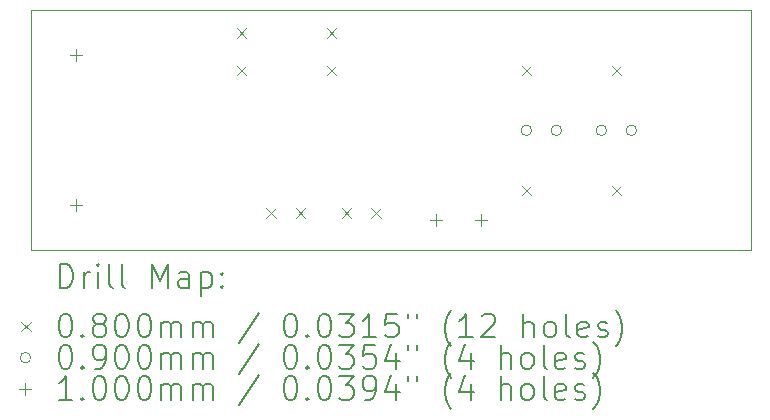
<source format=gbr>
%TF.GenerationSoftware,KiCad,Pcbnew,7.0.1-3b83917a11~172~ubuntu22.04.1*%
%TF.CreationDate,2024-11-25T12:37:52-06:00*%
%TF.ProjectId,Quron_BMS,5175726f-6e5f-4424-9d53-2e6b69636164,rev?*%
%TF.SameCoordinates,Original*%
%TF.FileFunction,Drillmap*%
%TF.FilePolarity,Positive*%
%FSLAX45Y45*%
G04 Gerber Fmt 4.5, Leading zero omitted, Abs format (unit mm)*
G04 Created by KiCad (PCBNEW 7.0.1-3b83917a11~172~ubuntu22.04.1) date 2024-11-25 12:37:52*
%MOMM*%
%LPD*%
G01*
G04 APERTURE LIST*
%ADD10C,0.100000*%
%ADD11C,0.200000*%
%ADD12C,0.080000*%
%ADD13C,0.090000*%
G04 APERTURE END LIST*
D10*
X13208000Y-12954000D02*
X19304000Y-12954000D01*
X19304000Y-14986000D01*
X13208000Y-14986000D01*
X13208000Y-12954000D01*
D11*
D12*
X14946000Y-13104500D02*
X15026000Y-13184500D01*
X15026000Y-13104500D02*
X14946000Y-13184500D01*
X14946000Y-13422000D02*
X15026000Y-13502000D01*
X15026000Y-13422000D02*
X14946000Y-13502000D01*
X15197511Y-14628500D02*
X15277511Y-14708500D01*
X15277511Y-14628500D02*
X15197511Y-14708500D01*
X15447511Y-14628500D02*
X15527511Y-14708500D01*
X15527511Y-14628500D02*
X15447511Y-14708500D01*
X15708000Y-13104500D02*
X15788000Y-13184500D01*
X15788000Y-13104500D02*
X15708000Y-13184500D01*
X15708000Y-13422000D02*
X15788000Y-13502000D01*
X15788000Y-13422000D02*
X15708000Y-13502000D01*
X15835000Y-14628500D02*
X15915000Y-14708500D01*
X15915000Y-14628500D02*
X15835000Y-14708500D01*
X16085000Y-14628500D02*
X16165000Y-14708500D01*
X16165000Y-14628500D02*
X16085000Y-14708500D01*
X17359000Y-13422000D02*
X17439000Y-13502000D01*
X17439000Y-13422000D02*
X17359000Y-13502000D01*
X17359000Y-14438000D02*
X17439000Y-14518000D01*
X17439000Y-14438000D02*
X17359000Y-14518000D01*
X18121000Y-13422000D02*
X18201000Y-13502000D01*
X18201000Y-13422000D02*
X18121000Y-13502000D01*
X18121000Y-14438000D02*
X18201000Y-14518000D01*
X18201000Y-14438000D02*
X18121000Y-14518000D01*
D13*
X17444000Y-13970000D02*
G75*
G03*
X17444000Y-13970000I-45000J0D01*
G01*
X17698000Y-13970000D02*
G75*
G03*
X17698000Y-13970000I-45000J0D01*
G01*
X18079000Y-13970000D02*
G75*
G03*
X18079000Y-13970000I-45000J0D01*
G01*
X18333000Y-13970000D02*
G75*
G03*
X18333000Y-13970000I-45000J0D01*
G01*
D10*
X13589000Y-13285000D02*
X13589000Y-13385000D01*
X13539000Y-13335000D02*
X13639000Y-13335000D01*
X13589000Y-14555000D02*
X13589000Y-14655000D01*
X13539000Y-14605000D02*
X13639000Y-14605000D01*
X16637000Y-14682000D02*
X16637000Y-14782000D01*
X16587000Y-14732000D02*
X16687000Y-14732000D01*
X17018000Y-14682000D02*
X17018000Y-14782000D01*
X16968000Y-14732000D02*
X17068000Y-14732000D01*
D11*
X13450619Y-15303524D02*
X13450619Y-15103524D01*
X13450619Y-15103524D02*
X13498238Y-15103524D01*
X13498238Y-15103524D02*
X13526809Y-15113048D01*
X13526809Y-15113048D02*
X13545857Y-15132095D01*
X13545857Y-15132095D02*
X13555381Y-15151143D01*
X13555381Y-15151143D02*
X13564905Y-15189238D01*
X13564905Y-15189238D02*
X13564905Y-15217809D01*
X13564905Y-15217809D02*
X13555381Y-15255905D01*
X13555381Y-15255905D02*
X13545857Y-15274952D01*
X13545857Y-15274952D02*
X13526809Y-15294000D01*
X13526809Y-15294000D02*
X13498238Y-15303524D01*
X13498238Y-15303524D02*
X13450619Y-15303524D01*
X13650619Y-15303524D02*
X13650619Y-15170190D01*
X13650619Y-15208286D02*
X13660143Y-15189238D01*
X13660143Y-15189238D02*
X13669667Y-15179714D01*
X13669667Y-15179714D02*
X13688714Y-15170190D01*
X13688714Y-15170190D02*
X13707762Y-15170190D01*
X13774428Y-15303524D02*
X13774428Y-15170190D01*
X13774428Y-15103524D02*
X13764905Y-15113048D01*
X13764905Y-15113048D02*
X13774428Y-15122571D01*
X13774428Y-15122571D02*
X13783952Y-15113048D01*
X13783952Y-15113048D02*
X13774428Y-15103524D01*
X13774428Y-15103524D02*
X13774428Y-15122571D01*
X13898238Y-15303524D02*
X13879190Y-15294000D01*
X13879190Y-15294000D02*
X13869667Y-15274952D01*
X13869667Y-15274952D02*
X13869667Y-15103524D01*
X14003000Y-15303524D02*
X13983952Y-15294000D01*
X13983952Y-15294000D02*
X13974428Y-15274952D01*
X13974428Y-15274952D02*
X13974428Y-15103524D01*
X14231571Y-15303524D02*
X14231571Y-15103524D01*
X14231571Y-15103524D02*
X14298238Y-15246381D01*
X14298238Y-15246381D02*
X14364905Y-15103524D01*
X14364905Y-15103524D02*
X14364905Y-15303524D01*
X14545857Y-15303524D02*
X14545857Y-15198762D01*
X14545857Y-15198762D02*
X14536333Y-15179714D01*
X14536333Y-15179714D02*
X14517286Y-15170190D01*
X14517286Y-15170190D02*
X14479190Y-15170190D01*
X14479190Y-15170190D02*
X14460143Y-15179714D01*
X14545857Y-15294000D02*
X14526809Y-15303524D01*
X14526809Y-15303524D02*
X14479190Y-15303524D01*
X14479190Y-15303524D02*
X14460143Y-15294000D01*
X14460143Y-15294000D02*
X14450619Y-15274952D01*
X14450619Y-15274952D02*
X14450619Y-15255905D01*
X14450619Y-15255905D02*
X14460143Y-15236857D01*
X14460143Y-15236857D02*
X14479190Y-15227333D01*
X14479190Y-15227333D02*
X14526809Y-15227333D01*
X14526809Y-15227333D02*
X14545857Y-15217809D01*
X14641095Y-15170190D02*
X14641095Y-15370190D01*
X14641095Y-15179714D02*
X14660143Y-15170190D01*
X14660143Y-15170190D02*
X14698238Y-15170190D01*
X14698238Y-15170190D02*
X14717286Y-15179714D01*
X14717286Y-15179714D02*
X14726809Y-15189238D01*
X14726809Y-15189238D02*
X14736333Y-15208286D01*
X14736333Y-15208286D02*
X14736333Y-15265428D01*
X14736333Y-15265428D02*
X14726809Y-15284476D01*
X14726809Y-15284476D02*
X14717286Y-15294000D01*
X14717286Y-15294000D02*
X14698238Y-15303524D01*
X14698238Y-15303524D02*
X14660143Y-15303524D01*
X14660143Y-15303524D02*
X14641095Y-15294000D01*
X14822048Y-15284476D02*
X14831571Y-15294000D01*
X14831571Y-15294000D02*
X14822048Y-15303524D01*
X14822048Y-15303524D02*
X14812524Y-15294000D01*
X14812524Y-15294000D02*
X14822048Y-15284476D01*
X14822048Y-15284476D02*
X14822048Y-15303524D01*
X14822048Y-15179714D02*
X14831571Y-15189238D01*
X14831571Y-15189238D02*
X14822048Y-15198762D01*
X14822048Y-15198762D02*
X14812524Y-15189238D01*
X14812524Y-15189238D02*
X14822048Y-15179714D01*
X14822048Y-15179714D02*
X14822048Y-15198762D01*
D12*
X13123000Y-15591000D02*
X13203000Y-15671000D01*
X13203000Y-15591000D02*
X13123000Y-15671000D01*
D11*
X13488714Y-15523524D02*
X13507762Y-15523524D01*
X13507762Y-15523524D02*
X13526809Y-15533048D01*
X13526809Y-15533048D02*
X13536333Y-15542571D01*
X13536333Y-15542571D02*
X13545857Y-15561619D01*
X13545857Y-15561619D02*
X13555381Y-15599714D01*
X13555381Y-15599714D02*
X13555381Y-15647333D01*
X13555381Y-15647333D02*
X13545857Y-15685428D01*
X13545857Y-15685428D02*
X13536333Y-15704476D01*
X13536333Y-15704476D02*
X13526809Y-15714000D01*
X13526809Y-15714000D02*
X13507762Y-15723524D01*
X13507762Y-15723524D02*
X13488714Y-15723524D01*
X13488714Y-15723524D02*
X13469667Y-15714000D01*
X13469667Y-15714000D02*
X13460143Y-15704476D01*
X13460143Y-15704476D02*
X13450619Y-15685428D01*
X13450619Y-15685428D02*
X13441095Y-15647333D01*
X13441095Y-15647333D02*
X13441095Y-15599714D01*
X13441095Y-15599714D02*
X13450619Y-15561619D01*
X13450619Y-15561619D02*
X13460143Y-15542571D01*
X13460143Y-15542571D02*
X13469667Y-15533048D01*
X13469667Y-15533048D02*
X13488714Y-15523524D01*
X13641095Y-15704476D02*
X13650619Y-15714000D01*
X13650619Y-15714000D02*
X13641095Y-15723524D01*
X13641095Y-15723524D02*
X13631571Y-15714000D01*
X13631571Y-15714000D02*
X13641095Y-15704476D01*
X13641095Y-15704476D02*
X13641095Y-15723524D01*
X13764905Y-15609238D02*
X13745857Y-15599714D01*
X13745857Y-15599714D02*
X13736333Y-15590190D01*
X13736333Y-15590190D02*
X13726809Y-15571143D01*
X13726809Y-15571143D02*
X13726809Y-15561619D01*
X13726809Y-15561619D02*
X13736333Y-15542571D01*
X13736333Y-15542571D02*
X13745857Y-15533048D01*
X13745857Y-15533048D02*
X13764905Y-15523524D01*
X13764905Y-15523524D02*
X13803000Y-15523524D01*
X13803000Y-15523524D02*
X13822048Y-15533048D01*
X13822048Y-15533048D02*
X13831571Y-15542571D01*
X13831571Y-15542571D02*
X13841095Y-15561619D01*
X13841095Y-15561619D02*
X13841095Y-15571143D01*
X13841095Y-15571143D02*
X13831571Y-15590190D01*
X13831571Y-15590190D02*
X13822048Y-15599714D01*
X13822048Y-15599714D02*
X13803000Y-15609238D01*
X13803000Y-15609238D02*
X13764905Y-15609238D01*
X13764905Y-15609238D02*
X13745857Y-15618762D01*
X13745857Y-15618762D02*
X13736333Y-15628286D01*
X13736333Y-15628286D02*
X13726809Y-15647333D01*
X13726809Y-15647333D02*
X13726809Y-15685428D01*
X13726809Y-15685428D02*
X13736333Y-15704476D01*
X13736333Y-15704476D02*
X13745857Y-15714000D01*
X13745857Y-15714000D02*
X13764905Y-15723524D01*
X13764905Y-15723524D02*
X13803000Y-15723524D01*
X13803000Y-15723524D02*
X13822048Y-15714000D01*
X13822048Y-15714000D02*
X13831571Y-15704476D01*
X13831571Y-15704476D02*
X13841095Y-15685428D01*
X13841095Y-15685428D02*
X13841095Y-15647333D01*
X13841095Y-15647333D02*
X13831571Y-15628286D01*
X13831571Y-15628286D02*
X13822048Y-15618762D01*
X13822048Y-15618762D02*
X13803000Y-15609238D01*
X13964905Y-15523524D02*
X13983952Y-15523524D01*
X13983952Y-15523524D02*
X14003000Y-15533048D01*
X14003000Y-15533048D02*
X14012524Y-15542571D01*
X14012524Y-15542571D02*
X14022048Y-15561619D01*
X14022048Y-15561619D02*
X14031571Y-15599714D01*
X14031571Y-15599714D02*
X14031571Y-15647333D01*
X14031571Y-15647333D02*
X14022048Y-15685428D01*
X14022048Y-15685428D02*
X14012524Y-15704476D01*
X14012524Y-15704476D02*
X14003000Y-15714000D01*
X14003000Y-15714000D02*
X13983952Y-15723524D01*
X13983952Y-15723524D02*
X13964905Y-15723524D01*
X13964905Y-15723524D02*
X13945857Y-15714000D01*
X13945857Y-15714000D02*
X13936333Y-15704476D01*
X13936333Y-15704476D02*
X13926809Y-15685428D01*
X13926809Y-15685428D02*
X13917286Y-15647333D01*
X13917286Y-15647333D02*
X13917286Y-15599714D01*
X13917286Y-15599714D02*
X13926809Y-15561619D01*
X13926809Y-15561619D02*
X13936333Y-15542571D01*
X13936333Y-15542571D02*
X13945857Y-15533048D01*
X13945857Y-15533048D02*
X13964905Y-15523524D01*
X14155381Y-15523524D02*
X14174429Y-15523524D01*
X14174429Y-15523524D02*
X14193476Y-15533048D01*
X14193476Y-15533048D02*
X14203000Y-15542571D01*
X14203000Y-15542571D02*
X14212524Y-15561619D01*
X14212524Y-15561619D02*
X14222048Y-15599714D01*
X14222048Y-15599714D02*
X14222048Y-15647333D01*
X14222048Y-15647333D02*
X14212524Y-15685428D01*
X14212524Y-15685428D02*
X14203000Y-15704476D01*
X14203000Y-15704476D02*
X14193476Y-15714000D01*
X14193476Y-15714000D02*
X14174429Y-15723524D01*
X14174429Y-15723524D02*
X14155381Y-15723524D01*
X14155381Y-15723524D02*
X14136333Y-15714000D01*
X14136333Y-15714000D02*
X14126809Y-15704476D01*
X14126809Y-15704476D02*
X14117286Y-15685428D01*
X14117286Y-15685428D02*
X14107762Y-15647333D01*
X14107762Y-15647333D02*
X14107762Y-15599714D01*
X14107762Y-15599714D02*
X14117286Y-15561619D01*
X14117286Y-15561619D02*
X14126809Y-15542571D01*
X14126809Y-15542571D02*
X14136333Y-15533048D01*
X14136333Y-15533048D02*
X14155381Y-15523524D01*
X14307762Y-15723524D02*
X14307762Y-15590190D01*
X14307762Y-15609238D02*
X14317286Y-15599714D01*
X14317286Y-15599714D02*
X14336333Y-15590190D01*
X14336333Y-15590190D02*
X14364905Y-15590190D01*
X14364905Y-15590190D02*
X14383952Y-15599714D01*
X14383952Y-15599714D02*
X14393476Y-15618762D01*
X14393476Y-15618762D02*
X14393476Y-15723524D01*
X14393476Y-15618762D02*
X14403000Y-15599714D01*
X14403000Y-15599714D02*
X14422048Y-15590190D01*
X14422048Y-15590190D02*
X14450619Y-15590190D01*
X14450619Y-15590190D02*
X14469667Y-15599714D01*
X14469667Y-15599714D02*
X14479190Y-15618762D01*
X14479190Y-15618762D02*
X14479190Y-15723524D01*
X14574429Y-15723524D02*
X14574429Y-15590190D01*
X14574429Y-15609238D02*
X14583952Y-15599714D01*
X14583952Y-15599714D02*
X14603000Y-15590190D01*
X14603000Y-15590190D02*
X14631571Y-15590190D01*
X14631571Y-15590190D02*
X14650619Y-15599714D01*
X14650619Y-15599714D02*
X14660143Y-15618762D01*
X14660143Y-15618762D02*
X14660143Y-15723524D01*
X14660143Y-15618762D02*
X14669667Y-15599714D01*
X14669667Y-15599714D02*
X14688714Y-15590190D01*
X14688714Y-15590190D02*
X14717286Y-15590190D01*
X14717286Y-15590190D02*
X14736333Y-15599714D01*
X14736333Y-15599714D02*
X14745857Y-15618762D01*
X14745857Y-15618762D02*
X14745857Y-15723524D01*
X15136333Y-15514000D02*
X14964905Y-15771143D01*
X15393476Y-15523524D02*
X15412524Y-15523524D01*
X15412524Y-15523524D02*
X15431572Y-15533048D01*
X15431572Y-15533048D02*
X15441095Y-15542571D01*
X15441095Y-15542571D02*
X15450619Y-15561619D01*
X15450619Y-15561619D02*
X15460143Y-15599714D01*
X15460143Y-15599714D02*
X15460143Y-15647333D01*
X15460143Y-15647333D02*
X15450619Y-15685428D01*
X15450619Y-15685428D02*
X15441095Y-15704476D01*
X15441095Y-15704476D02*
X15431572Y-15714000D01*
X15431572Y-15714000D02*
X15412524Y-15723524D01*
X15412524Y-15723524D02*
X15393476Y-15723524D01*
X15393476Y-15723524D02*
X15374429Y-15714000D01*
X15374429Y-15714000D02*
X15364905Y-15704476D01*
X15364905Y-15704476D02*
X15355381Y-15685428D01*
X15355381Y-15685428D02*
X15345857Y-15647333D01*
X15345857Y-15647333D02*
X15345857Y-15599714D01*
X15345857Y-15599714D02*
X15355381Y-15561619D01*
X15355381Y-15561619D02*
X15364905Y-15542571D01*
X15364905Y-15542571D02*
X15374429Y-15533048D01*
X15374429Y-15533048D02*
X15393476Y-15523524D01*
X15545857Y-15704476D02*
X15555381Y-15714000D01*
X15555381Y-15714000D02*
X15545857Y-15723524D01*
X15545857Y-15723524D02*
X15536333Y-15714000D01*
X15536333Y-15714000D02*
X15545857Y-15704476D01*
X15545857Y-15704476D02*
X15545857Y-15723524D01*
X15679191Y-15523524D02*
X15698238Y-15523524D01*
X15698238Y-15523524D02*
X15717286Y-15533048D01*
X15717286Y-15533048D02*
X15726810Y-15542571D01*
X15726810Y-15542571D02*
X15736333Y-15561619D01*
X15736333Y-15561619D02*
X15745857Y-15599714D01*
X15745857Y-15599714D02*
X15745857Y-15647333D01*
X15745857Y-15647333D02*
X15736333Y-15685428D01*
X15736333Y-15685428D02*
X15726810Y-15704476D01*
X15726810Y-15704476D02*
X15717286Y-15714000D01*
X15717286Y-15714000D02*
X15698238Y-15723524D01*
X15698238Y-15723524D02*
X15679191Y-15723524D01*
X15679191Y-15723524D02*
X15660143Y-15714000D01*
X15660143Y-15714000D02*
X15650619Y-15704476D01*
X15650619Y-15704476D02*
X15641095Y-15685428D01*
X15641095Y-15685428D02*
X15631572Y-15647333D01*
X15631572Y-15647333D02*
X15631572Y-15599714D01*
X15631572Y-15599714D02*
X15641095Y-15561619D01*
X15641095Y-15561619D02*
X15650619Y-15542571D01*
X15650619Y-15542571D02*
X15660143Y-15533048D01*
X15660143Y-15533048D02*
X15679191Y-15523524D01*
X15812524Y-15523524D02*
X15936333Y-15523524D01*
X15936333Y-15523524D02*
X15869667Y-15599714D01*
X15869667Y-15599714D02*
X15898238Y-15599714D01*
X15898238Y-15599714D02*
X15917286Y-15609238D01*
X15917286Y-15609238D02*
X15926810Y-15618762D01*
X15926810Y-15618762D02*
X15936333Y-15637809D01*
X15936333Y-15637809D02*
X15936333Y-15685428D01*
X15936333Y-15685428D02*
X15926810Y-15704476D01*
X15926810Y-15704476D02*
X15917286Y-15714000D01*
X15917286Y-15714000D02*
X15898238Y-15723524D01*
X15898238Y-15723524D02*
X15841095Y-15723524D01*
X15841095Y-15723524D02*
X15822048Y-15714000D01*
X15822048Y-15714000D02*
X15812524Y-15704476D01*
X16126810Y-15723524D02*
X16012524Y-15723524D01*
X16069667Y-15723524D02*
X16069667Y-15523524D01*
X16069667Y-15523524D02*
X16050619Y-15552095D01*
X16050619Y-15552095D02*
X16031572Y-15571143D01*
X16031572Y-15571143D02*
X16012524Y-15580667D01*
X16307762Y-15523524D02*
X16212524Y-15523524D01*
X16212524Y-15523524D02*
X16203000Y-15618762D01*
X16203000Y-15618762D02*
X16212524Y-15609238D01*
X16212524Y-15609238D02*
X16231572Y-15599714D01*
X16231572Y-15599714D02*
X16279191Y-15599714D01*
X16279191Y-15599714D02*
X16298238Y-15609238D01*
X16298238Y-15609238D02*
X16307762Y-15618762D01*
X16307762Y-15618762D02*
X16317286Y-15637809D01*
X16317286Y-15637809D02*
X16317286Y-15685428D01*
X16317286Y-15685428D02*
X16307762Y-15704476D01*
X16307762Y-15704476D02*
X16298238Y-15714000D01*
X16298238Y-15714000D02*
X16279191Y-15723524D01*
X16279191Y-15723524D02*
X16231572Y-15723524D01*
X16231572Y-15723524D02*
X16212524Y-15714000D01*
X16212524Y-15714000D02*
X16203000Y-15704476D01*
X16393476Y-15523524D02*
X16393476Y-15561619D01*
X16469667Y-15523524D02*
X16469667Y-15561619D01*
X16764905Y-15799714D02*
X16755381Y-15790190D01*
X16755381Y-15790190D02*
X16736334Y-15761619D01*
X16736334Y-15761619D02*
X16726810Y-15742571D01*
X16726810Y-15742571D02*
X16717286Y-15714000D01*
X16717286Y-15714000D02*
X16707762Y-15666381D01*
X16707762Y-15666381D02*
X16707762Y-15628286D01*
X16707762Y-15628286D02*
X16717286Y-15580667D01*
X16717286Y-15580667D02*
X16726810Y-15552095D01*
X16726810Y-15552095D02*
X16736334Y-15533048D01*
X16736334Y-15533048D02*
X16755381Y-15504476D01*
X16755381Y-15504476D02*
X16764905Y-15494952D01*
X16945857Y-15723524D02*
X16831572Y-15723524D01*
X16888715Y-15723524D02*
X16888715Y-15523524D01*
X16888715Y-15523524D02*
X16869667Y-15552095D01*
X16869667Y-15552095D02*
X16850619Y-15571143D01*
X16850619Y-15571143D02*
X16831572Y-15580667D01*
X17022048Y-15542571D02*
X17031572Y-15533048D01*
X17031572Y-15533048D02*
X17050619Y-15523524D01*
X17050619Y-15523524D02*
X17098238Y-15523524D01*
X17098238Y-15523524D02*
X17117286Y-15533048D01*
X17117286Y-15533048D02*
X17126810Y-15542571D01*
X17126810Y-15542571D02*
X17136334Y-15561619D01*
X17136334Y-15561619D02*
X17136334Y-15580667D01*
X17136334Y-15580667D02*
X17126810Y-15609238D01*
X17126810Y-15609238D02*
X17012524Y-15723524D01*
X17012524Y-15723524D02*
X17136334Y-15723524D01*
X17374429Y-15723524D02*
X17374429Y-15523524D01*
X17460143Y-15723524D02*
X17460143Y-15618762D01*
X17460143Y-15618762D02*
X17450619Y-15599714D01*
X17450619Y-15599714D02*
X17431572Y-15590190D01*
X17431572Y-15590190D02*
X17403000Y-15590190D01*
X17403000Y-15590190D02*
X17383953Y-15599714D01*
X17383953Y-15599714D02*
X17374429Y-15609238D01*
X17583953Y-15723524D02*
X17564905Y-15714000D01*
X17564905Y-15714000D02*
X17555381Y-15704476D01*
X17555381Y-15704476D02*
X17545858Y-15685428D01*
X17545858Y-15685428D02*
X17545858Y-15628286D01*
X17545858Y-15628286D02*
X17555381Y-15609238D01*
X17555381Y-15609238D02*
X17564905Y-15599714D01*
X17564905Y-15599714D02*
X17583953Y-15590190D01*
X17583953Y-15590190D02*
X17612524Y-15590190D01*
X17612524Y-15590190D02*
X17631572Y-15599714D01*
X17631572Y-15599714D02*
X17641096Y-15609238D01*
X17641096Y-15609238D02*
X17650619Y-15628286D01*
X17650619Y-15628286D02*
X17650619Y-15685428D01*
X17650619Y-15685428D02*
X17641096Y-15704476D01*
X17641096Y-15704476D02*
X17631572Y-15714000D01*
X17631572Y-15714000D02*
X17612524Y-15723524D01*
X17612524Y-15723524D02*
X17583953Y-15723524D01*
X17764905Y-15723524D02*
X17745858Y-15714000D01*
X17745858Y-15714000D02*
X17736334Y-15694952D01*
X17736334Y-15694952D02*
X17736334Y-15523524D01*
X17917286Y-15714000D02*
X17898239Y-15723524D01*
X17898239Y-15723524D02*
X17860143Y-15723524D01*
X17860143Y-15723524D02*
X17841096Y-15714000D01*
X17841096Y-15714000D02*
X17831572Y-15694952D01*
X17831572Y-15694952D02*
X17831572Y-15618762D01*
X17831572Y-15618762D02*
X17841096Y-15599714D01*
X17841096Y-15599714D02*
X17860143Y-15590190D01*
X17860143Y-15590190D02*
X17898239Y-15590190D01*
X17898239Y-15590190D02*
X17917286Y-15599714D01*
X17917286Y-15599714D02*
X17926810Y-15618762D01*
X17926810Y-15618762D02*
X17926810Y-15637809D01*
X17926810Y-15637809D02*
X17831572Y-15656857D01*
X18003000Y-15714000D02*
X18022048Y-15723524D01*
X18022048Y-15723524D02*
X18060143Y-15723524D01*
X18060143Y-15723524D02*
X18079191Y-15714000D01*
X18079191Y-15714000D02*
X18088715Y-15694952D01*
X18088715Y-15694952D02*
X18088715Y-15685428D01*
X18088715Y-15685428D02*
X18079191Y-15666381D01*
X18079191Y-15666381D02*
X18060143Y-15656857D01*
X18060143Y-15656857D02*
X18031572Y-15656857D01*
X18031572Y-15656857D02*
X18012524Y-15647333D01*
X18012524Y-15647333D02*
X18003000Y-15628286D01*
X18003000Y-15628286D02*
X18003000Y-15618762D01*
X18003000Y-15618762D02*
X18012524Y-15599714D01*
X18012524Y-15599714D02*
X18031572Y-15590190D01*
X18031572Y-15590190D02*
X18060143Y-15590190D01*
X18060143Y-15590190D02*
X18079191Y-15599714D01*
X18155381Y-15799714D02*
X18164905Y-15790190D01*
X18164905Y-15790190D02*
X18183953Y-15761619D01*
X18183953Y-15761619D02*
X18193477Y-15742571D01*
X18193477Y-15742571D02*
X18203000Y-15714000D01*
X18203000Y-15714000D02*
X18212524Y-15666381D01*
X18212524Y-15666381D02*
X18212524Y-15628286D01*
X18212524Y-15628286D02*
X18203000Y-15580667D01*
X18203000Y-15580667D02*
X18193477Y-15552095D01*
X18193477Y-15552095D02*
X18183953Y-15533048D01*
X18183953Y-15533048D02*
X18164905Y-15504476D01*
X18164905Y-15504476D02*
X18155381Y-15494952D01*
D13*
X13203000Y-15895000D02*
G75*
G03*
X13203000Y-15895000I-45000J0D01*
G01*
D11*
X13488714Y-15787524D02*
X13507762Y-15787524D01*
X13507762Y-15787524D02*
X13526809Y-15797048D01*
X13526809Y-15797048D02*
X13536333Y-15806571D01*
X13536333Y-15806571D02*
X13545857Y-15825619D01*
X13545857Y-15825619D02*
X13555381Y-15863714D01*
X13555381Y-15863714D02*
X13555381Y-15911333D01*
X13555381Y-15911333D02*
X13545857Y-15949428D01*
X13545857Y-15949428D02*
X13536333Y-15968476D01*
X13536333Y-15968476D02*
X13526809Y-15978000D01*
X13526809Y-15978000D02*
X13507762Y-15987524D01*
X13507762Y-15987524D02*
X13488714Y-15987524D01*
X13488714Y-15987524D02*
X13469667Y-15978000D01*
X13469667Y-15978000D02*
X13460143Y-15968476D01*
X13460143Y-15968476D02*
X13450619Y-15949428D01*
X13450619Y-15949428D02*
X13441095Y-15911333D01*
X13441095Y-15911333D02*
X13441095Y-15863714D01*
X13441095Y-15863714D02*
X13450619Y-15825619D01*
X13450619Y-15825619D02*
X13460143Y-15806571D01*
X13460143Y-15806571D02*
X13469667Y-15797048D01*
X13469667Y-15797048D02*
X13488714Y-15787524D01*
X13641095Y-15968476D02*
X13650619Y-15978000D01*
X13650619Y-15978000D02*
X13641095Y-15987524D01*
X13641095Y-15987524D02*
X13631571Y-15978000D01*
X13631571Y-15978000D02*
X13641095Y-15968476D01*
X13641095Y-15968476D02*
X13641095Y-15987524D01*
X13745857Y-15987524D02*
X13783952Y-15987524D01*
X13783952Y-15987524D02*
X13803000Y-15978000D01*
X13803000Y-15978000D02*
X13812524Y-15968476D01*
X13812524Y-15968476D02*
X13831571Y-15939905D01*
X13831571Y-15939905D02*
X13841095Y-15901809D01*
X13841095Y-15901809D02*
X13841095Y-15825619D01*
X13841095Y-15825619D02*
X13831571Y-15806571D01*
X13831571Y-15806571D02*
X13822048Y-15797048D01*
X13822048Y-15797048D02*
X13803000Y-15787524D01*
X13803000Y-15787524D02*
X13764905Y-15787524D01*
X13764905Y-15787524D02*
X13745857Y-15797048D01*
X13745857Y-15797048D02*
X13736333Y-15806571D01*
X13736333Y-15806571D02*
X13726809Y-15825619D01*
X13726809Y-15825619D02*
X13726809Y-15873238D01*
X13726809Y-15873238D02*
X13736333Y-15892286D01*
X13736333Y-15892286D02*
X13745857Y-15901809D01*
X13745857Y-15901809D02*
X13764905Y-15911333D01*
X13764905Y-15911333D02*
X13803000Y-15911333D01*
X13803000Y-15911333D02*
X13822048Y-15901809D01*
X13822048Y-15901809D02*
X13831571Y-15892286D01*
X13831571Y-15892286D02*
X13841095Y-15873238D01*
X13964905Y-15787524D02*
X13983952Y-15787524D01*
X13983952Y-15787524D02*
X14003000Y-15797048D01*
X14003000Y-15797048D02*
X14012524Y-15806571D01*
X14012524Y-15806571D02*
X14022048Y-15825619D01*
X14022048Y-15825619D02*
X14031571Y-15863714D01*
X14031571Y-15863714D02*
X14031571Y-15911333D01*
X14031571Y-15911333D02*
X14022048Y-15949428D01*
X14022048Y-15949428D02*
X14012524Y-15968476D01*
X14012524Y-15968476D02*
X14003000Y-15978000D01*
X14003000Y-15978000D02*
X13983952Y-15987524D01*
X13983952Y-15987524D02*
X13964905Y-15987524D01*
X13964905Y-15987524D02*
X13945857Y-15978000D01*
X13945857Y-15978000D02*
X13936333Y-15968476D01*
X13936333Y-15968476D02*
X13926809Y-15949428D01*
X13926809Y-15949428D02*
X13917286Y-15911333D01*
X13917286Y-15911333D02*
X13917286Y-15863714D01*
X13917286Y-15863714D02*
X13926809Y-15825619D01*
X13926809Y-15825619D02*
X13936333Y-15806571D01*
X13936333Y-15806571D02*
X13945857Y-15797048D01*
X13945857Y-15797048D02*
X13964905Y-15787524D01*
X14155381Y-15787524D02*
X14174429Y-15787524D01*
X14174429Y-15787524D02*
X14193476Y-15797048D01*
X14193476Y-15797048D02*
X14203000Y-15806571D01*
X14203000Y-15806571D02*
X14212524Y-15825619D01*
X14212524Y-15825619D02*
X14222048Y-15863714D01*
X14222048Y-15863714D02*
X14222048Y-15911333D01*
X14222048Y-15911333D02*
X14212524Y-15949428D01*
X14212524Y-15949428D02*
X14203000Y-15968476D01*
X14203000Y-15968476D02*
X14193476Y-15978000D01*
X14193476Y-15978000D02*
X14174429Y-15987524D01*
X14174429Y-15987524D02*
X14155381Y-15987524D01*
X14155381Y-15987524D02*
X14136333Y-15978000D01*
X14136333Y-15978000D02*
X14126809Y-15968476D01*
X14126809Y-15968476D02*
X14117286Y-15949428D01*
X14117286Y-15949428D02*
X14107762Y-15911333D01*
X14107762Y-15911333D02*
X14107762Y-15863714D01*
X14107762Y-15863714D02*
X14117286Y-15825619D01*
X14117286Y-15825619D02*
X14126809Y-15806571D01*
X14126809Y-15806571D02*
X14136333Y-15797048D01*
X14136333Y-15797048D02*
X14155381Y-15787524D01*
X14307762Y-15987524D02*
X14307762Y-15854190D01*
X14307762Y-15873238D02*
X14317286Y-15863714D01*
X14317286Y-15863714D02*
X14336333Y-15854190D01*
X14336333Y-15854190D02*
X14364905Y-15854190D01*
X14364905Y-15854190D02*
X14383952Y-15863714D01*
X14383952Y-15863714D02*
X14393476Y-15882762D01*
X14393476Y-15882762D02*
X14393476Y-15987524D01*
X14393476Y-15882762D02*
X14403000Y-15863714D01*
X14403000Y-15863714D02*
X14422048Y-15854190D01*
X14422048Y-15854190D02*
X14450619Y-15854190D01*
X14450619Y-15854190D02*
X14469667Y-15863714D01*
X14469667Y-15863714D02*
X14479190Y-15882762D01*
X14479190Y-15882762D02*
X14479190Y-15987524D01*
X14574429Y-15987524D02*
X14574429Y-15854190D01*
X14574429Y-15873238D02*
X14583952Y-15863714D01*
X14583952Y-15863714D02*
X14603000Y-15854190D01*
X14603000Y-15854190D02*
X14631571Y-15854190D01*
X14631571Y-15854190D02*
X14650619Y-15863714D01*
X14650619Y-15863714D02*
X14660143Y-15882762D01*
X14660143Y-15882762D02*
X14660143Y-15987524D01*
X14660143Y-15882762D02*
X14669667Y-15863714D01*
X14669667Y-15863714D02*
X14688714Y-15854190D01*
X14688714Y-15854190D02*
X14717286Y-15854190D01*
X14717286Y-15854190D02*
X14736333Y-15863714D01*
X14736333Y-15863714D02*
X14745857Y-15882762D01*
X14745857Y-15882762D02*
X14745857Y-15987524D01*
X15136333Y-15778000D02*
X14964905Y-16035143D01*
X15393476Y-15787524D02*
X15412524Y-15787524D01*
X15412524Y-15787524D02*
X15431572Y-15797048D01*
X15431572Y-15797048D02*
X15441095Y-15806571D01*
X15441095Y-15806571D02*
X15450619Y-15825619D01*
X15450619Y-15825619D02*
X15460143Y-15863714D01*
X15460143Y-15863714D02*
X15460143Y-15911333D01*
X15460143Y-15911333D02*
X15450619Y-15949428D01*
X15450619Y-15949428D02*
X15441095Y-15968476D01*
X15441095Y-15968476D02*
X15431572Y-15978000D01*
X15431572Y-15978000D02*
X15412524Y-15987524D01*
X15412524Y-15987524D02*
X15393476Y-15987524D01*
X15393476Y-15987524D02*
X15374429Y-15978000D01*
X15374429Y-15978000D02*
X15364905Y-15968476D01*
X15364905Y-15968476D02*
X15355381Y-15949428D01*
X15355381Y-15949428D02*
X15345857Y-15911333D01*
X15345857Y-15911333D02*
X15345857Y-15863714D01*
X15345857Y-15863714D02*
X15355381Y-15825619D01*
X15355381Y-15825619D02*
X15364905Y-15806571D01*
X15364905Y-15806571D02*
X15374429Y-15797048D01*
X15374429Y-15797048D02*
X15393476Y-15787524D01*
X15545857Y-15968476D02*
X15555381Y-15978000D01*
X15555381Y-15978000D02*
X15545857Y-15987524D01*
X15545857Y-15987524D02*
X15536333Y-15978000D01*
X15536333Y-15978000D02*
X15545857Y-15968476D01*
X15545857Y-15968476D02*
X15545857Y-15987524D01*
X15679191Y-15787524D02*
X15698238Y-15787524D01*
X15698238Y-15787524D02*
X15717286Y-15797048D01*
X15717286Y-15797048D02*
X15726810Y-15806571D01*
X15726810Y-15806571D02*
X15736333Y-15825619D01*
X15736333Y-15825619D02*
X15745857Y-15863714D01*
X15745857Y-15863714D02*
X15745857Y-15911333D01*
X15745857Y-15911333D02*
X15736333Y-15949428D01*
X15736333Y-15949428D02*
X15726810Y-15968476D01*
X15726810Y-15968476D02*
X15717286Y-15978000D01*
X15717286Y-15978000D02*
X15698238Y-15987524D01*
X15698238Y-15987524D02*
X15679191Y-15987524D01*
X15679191Y-15987524D02*
X15660143Y-15978000D01*
X15660143Y-15978000D02*
X15650619Y-15968476D01*
X15650619Y-15968476D02*
X15641095Y-15949428D01*
X15641095Y-15949428D02*
X15631572Y-15911333D01*
X15631572Y-15911333D02*
X15631572Y-15863714D01*
X15631572Y-15863714D02*
X15641095Y-15825619D01*
X15641095Y-15825619D02*
X15650619Y-15806571D01*
X15650619Y-15806571D02*
X15660143Y-15797048D01*
X15660143Y-15797048D02*
X15679191Y-15787524D01*
X15812524Y-15787524D02*
X15936333Y-15787524D01*
X15936333Y-15787524D02*
X15869667Y-15863714D01*
X15869667Y-15863714D02*
X15898238Y-15863714D01*
X15898238Y-15863714D02*
X15917286Y-15873238D01*
X15917286Y-15873238D02*
X15926810Y-15882762D01*
X15926810Y-15882762D02*
X15936333Y-15901809D01*
X15936333Y-15901809D02*
X15936333Y-15949428D01*
X15936333Y-15949428D02*
X15926810Y-15968476D01*
X15926810Y-15968476D02*
X15917286Y-15978000D01*
X15917286Y-15978000D02*
X15898238Y-15987524D01*
X15898238Y-15987524D02*
X15841095Y-15987524D01*
X15841095Y-15987524D02*
X15822048Y-15978000D01*
X15822048Y-15978000D02*
X15812524Y-15968476D01*
X16117286Y-15787524D02*
X16022048Y-15787524D01*
X16022048Y-15787524D02*
X16012524Y-15882762D01*
X16012524Y-15882762D02*
X16022048Y-15873238D01*
X16022048Y-15873238D02*
X16041095Y-15863714D01*
X16041095Y-15863714D02*
X16088714Y-15863714D01*
X16088714Y-15863714D02*
X16107762Y-15873238D01*
X16107762Y-15873238D02*
X16117286Y-15882762D01*
X16117286Y-15882762D02*
X16126810Y-15901809D01*
X16126810Y-15901809D02*
X16126810Y-15949428D01*
X16126810Y-15949428D02*
X16117286Y-15968476D01*
X16117286Y-15968476D02*
X16107762Y-15978000D01*
X16107762Y-15978000D02*
X16088714Y-15987524D01*
X16088714Y-15987524D02*
X16041095Y-15987524D01*
X16041095Y-15987524D02*
X16022048Y-15978000D01*
X16022048Y-15978000D02*
X16012524Y-15968476D01*
X16298238Y-15854190D02*
X16298238Y-15987524D01*
X16250619Y-15778000D02*
X16203000Y-15920857D01*
X16203000Y-15920857D02*
X16326810Y-15920857D01*
X16393476Y-15787524D02*
X16393476Y-15825619D01*
X16469667Y-15787524D02*
X16469667Y-15825619D01*
X16764905Y-16063714D02*
X16755381Y-16054190D01*
X16755381Y-16054190D02*
X16736334Y-16025619D01*
X16736334Y-16025619D02*
X16726810Y-16006571D01*
X16726810Y-16006571D02*
X16717286Y-15978000D01*
X16717286Y-15978000D02*
X16707762Y-15930381D01*
X16707762Y-15930381D02*
X16707762Y-15892286D01*
X16707762Y-15892286D02*
X16717286Y-15844667D01*
X16717286Y-15844667D02*
X16726810Y-15816095D01*
X16726810Y-15816095D02*
X16736334Y-15797048D01*
X16736334Y-15797048D02*
X16755381Y-15768476D01*
X16755381Y-15768476D02*
X16764905Y-15758952D01*
X16926810Y-15854190D02*
X16926810Y-15987524D01*
X16879191Y-15778000D02*
X16831572Y-15920857D01*
X16831572Y-15920857D02*
X16955381Y-15920857D01*
X17183953Y-15987524D02*
X17183953Y-15787524D01*
X17269667Y-15987524D02*
X17269667Y-15882762D01*
X17269667Y-15882762D02*
X17260143Y-15863714D01*
X17260143Y-15863714D02*
X17241096Y-15854190D01*
X17241096Y-15854190D02*
X17212524Y-15854190D01*
X17212524Y-15854190D02*
X17193477Y-15863714D01*
X17193477Y-15863714D02*
X17183953Y-15873238D01*
X17393477Y-15987524D02*
X17374429Y-15978000D01*
X17374429Y-15978000D02*
X17364905Y-15968476D01*
X17364905Y-15968476D02*
X17355381Y-15949428D01*
X17355381Y-15949428D02*
X17355381Y-15892286D01*
X17355381Y-15892286D02*
X17364905Y-15873238D01*
X17364905Y-15873238D02*
X17374429Y-15863714D01*
X17374429Y-15863714D02*
X17393477Y-15854190D01*
X17393477Y-15854190D02*
X17422048Y-15854190D01*
X17422048Y-15854190D02*
X17441096Y-15863714D01*
X17441096Y-15863714D02*
X17450619Y-15873238D01*
X17450619Y-15873238D02*
X17460143Y-15892286D01*
X17460143Y-15892286D02*
X17460143Y-15949428D01*
X17460143Y-15949428D02*
X17450619Y-15968476D01*
X17450619Y-15968476D02*
X17441096Y-15978000D01*
X17441096Y-15978000D02*
X17422048Y-15987524D01*
X17422048Y-15987524D02*
X17393477Y-15987524D01*
X17574429Y-15987524D02*
X17555381Y-15978000D01*
X17555381Y-15978000D02*
X17545858Y-15958952D01*
X17545858Y-15958952D02*
X17545858Y-15787524D01*
X17726810Y-15978000D02*
X17707762Y-15987524D01*
X17707762Y-15987524D02*
X17669667Y-15987524D01*
X17669667Y-15987524D02*
X17650619Y-15978000D01*
X17650619Y-15978000D02*
X17641096Y-15958952D01*
X17641096Y-15958952D02*
X17641096Y-15882762D01*
X17641096Y-15882762D02*
X17650619Y-15863714D01*
X17650619Y-15863714D02*
X17669667Y-15854190D01*
X17669667Y-15854190D02*
X17707762Y-15854190D01*
X17707762Y-15854190D02*
X17726810Y-15863714D01*
X17726810Y-15863714D02*
X17736334Y-15882762D01*
X17736334Y-15882762D02*
X17736334Y-15901809D01*
X17736334Y-15901809D02*
X17641096Y-15920857D01*
X17812524Y-15978000D02*
X17831572Y-15987524D01*
X17831572Y-15987524D02*
X17869667Y-15987524D01*
X17869667Y-15987524D02*
X17888715Y-15978000D01*
X17888715Y-15978000D02*
X17898239Y-15958952D01*
X17898239Y-15958952D02*
X17898239Y-15949428D01*
X17898239Y-15949428D02*
X17888715Y-15930381D01*
X17888715Y-15930381D02*
X17869667Y-15920857D01*
X17869667Y-15920857D02*
X17841096Y-15920857D01*
X17841096Y-15920857D02*
X17822048Y-15911333D01*
X17822048Y-15911333D02*
X17812524Y-15892286D01*
X17812524Y-15892286D02*
X17812524Y-15882762D01*
X17812524Y-15882762D02*
X17822048Y-15863714D01*
X17822048Y-15863714D02*
X17841096Y-15854190D01*
X17841096Y-15854190D02*
X17869667Y-15854190D01*
X17869667Y-15854190D02*
X17888715Y-15863714D01*
X17964905Y-16063714D02*
X17974429Y-16054190D01*
X17974429Y-16054190D02*
X17993477Y-16025619D01*
X17993477Y-16025619D02*
X18003000Y-16006571D01*
X18003000Y-16006571D02*
X18012524Y-15978000D01*
X18012524Y-15978000D02*
X18022048Y-15930381D01*
X18022048Y-15930381D02*
X18022048Y-15892286D01*
X18022048Y-15892286D02*
X18012524Y-15844667D01*
X18012524Y-15844667D02*
X18003000Y-15816095D01*
X18003000Y-15816095D02*
X17993477Y-15797048D01*
X17993477Y-15797048D02*
X17974429Y-15768476D01*
X17974429Y-15768476D02*
X17964905Y-15758952D01*
D10*
X13153000Y-16109000D02*
X13153000Y-16209000D01*
X13103000Y-16159000D02*
X13203000Y-16159000D01*
D11*
X13555381Y-16251524D02*
X13441095Y-16251524D01*
X13498238Y-16251524D02*
X13498238Y-16051524D01*
X13498238Y-16051524D02*
X13479190Y-16080095D01*
X13479190Y-16080095D02*
X13460143Y-16099143D01*
X13460143Y-16099143D02*
X13441095Y-16108667D01*
X13641095Y-16232476D02*
X13650619Y-16242000D01*
X13650619Y-16242000D02*
X13641095Y-16251524D01*
X13641095Y-16251524D02*
X13631571Y-16242000D01*
X13631571Y-16242000D02*
X13641095Y-16232476D01*
X13641095Y-16232476D02*
X13641095Y-16251524D01*
X13774428Y-16051524D02*
X13793476Y-16051524D01*
X13793476Y-16051524D02*
X13812524Y-16061048D01*
X13812524Y-16061048D02*
X13822048Y-16070571D01*
X13822048Y-16070571D02*
X13831571Y-16089619D01*
X13831571Y-16089619D02*
X13841095Y-16127714D01*
X13841095Y-16127714D02*
X13841095Y-16175333D01*
X13841095Y-16175333D02*
X13831571Y-16213428D01*
X13831571Y-16213428D02*
X13822048Y-16232476D01*
X13822048Y-16232476D02*
X13812524Y-16242000D01*
X13812524Y-16242000D02*
X13793476Y-16251524D01*
X13793476Y-16251524D02*
X13774428Y-16251524D01*
X13774428Y-16251524D02*
X13755381Y-16242000D01*
X13755381Y-16242000D02*
X13745857Y-16232476D01*
X13745857Y-16232476D02*
X13736333Y-16213428D01*
X13736333Y-16213428D02*
X13726809Y-16175333D01*
X13726809Y-16175333D02*
X13726809Y-16127714D01*
X13726809Y-16127714D02*
X13736333Y-16089619D01*
X13736333Y-16089619D02*
X13745857Y-16070571D01*
X13745857Y-16070571D02*
X13755381Y-16061048D01*
X13755381Y-16061048D02*
X13774428Y-16051524D01*
X13964905Y-16051524D02*
X13983952Y-16051524D01*
X13983952Y-16051524D02*
X14003000Y-16061048D01*
X14003000Y-16061048D02*
X14012524Y-16070571D01*
X14012524Y-16070571D02*
X14022048Y-16089619D01*
X14022048Y-16089619D02*
X14031571Y-16127714D01*
X14031571Y-16127714D02*
X14031571Y-16175333D01*
X14031571Y-16175333D02*
X14022048Y-16213428D01*
X14022048Y-16213428D02*
X14012524Y-16232476D01*
X14012524Y-16232476D02*
X14003000Y-16242000D01*
X14003000Y-16242000D02*
X13983952Y-16251524D01*
X13983952Y-16251524D02*
X13964905Y-16251524D01*
X13964905Y-16251524D02*
X13945857Y-16242000D01*
X13945857Y-16242000D02*
X13936333Y-16232476D01*
X13936333Y-16232476D02*
X13926809Y-16213428D01*
X13926809Y-16213428D02*
X13917286Y-16175333D01*
X13917286Y-16175333D02*
X13917286Y-16127714D01*
X13917286Y-16127714D02*
X13926809Y-16089619D01*
X13926809Y-16089619D02*
X13936333Y-16070571D01*
X13936333Y-16070571D02*
X13945857Y-16061048D01*
X13945857Y-16061048D02*
X13964905Y-16051524D01*
X14155381Y-16051524D02*
X14174429Y-16051524D01*
X14174429Y-16051524D02*
X14193476Y-16061048D01*
X14193476Y-16061048D02*
X14203000Y-16070571D01*
X14203000Y-16070571D02*
X14212524Y-16089619D01*
X14212524Y-16089619D02*
X14222048Y-16127714D01*
X14222048Y-16127714D02*
X14222048Y-16175333D01*
X14222048Y-16175333D02*
X14212524Y-16213428D01*
X14212524Y-16213428D02*
X14203000Y-16232476D01*
X14203000Y-16232476D02*
X14193476Y-16242000D01*
X14193476Y-16242000D02*
X14174429Y-16251524D01*
X14174429Y-16251524D02*
X14155381Y-16251524D01*
X14155381Y-16251524D02*
X14136333Y-16242000D01*
X14136333Y-16242000D02*
X14126809Y-16232476D01*
X14126809Y-16232476D02*
X14117286Y-16213428D01*
X14117286Y-16213428D02*
X14107762Y-16175333D01*
X14107762Y-16175333D02*
X14107762Y-16127714D01*
X14107762Y-16127714D02*
X14117286Y-16089619D01*
X14117286Y-16089619D02*
X14126809Y-16070571D01*
X14126809Y-16070571D02*
X14136333Y-16061048D01*
X14136333Y-16061048D02*
X14155381Y-16051524D01*
X14307762Y-16251524D02*
X14307762Y-16118190D01*
X14307762Y-16137238D02*
X14317286Y-16127714D01*
X14317286Y-16127714D02*
X14336333Y-16118190D01*
X14336333Y-16118190D02*
X14364905Y-16118190D01*
X14364905Y-16118190D02*
X14383952Y-16127714D01*
X14383952Y-16127714D02*
X14393476Y-16146762D01*
X14393476Y-16146762D02*
X14393476Y-16251524D01*
X14393476Y-16146762D02*
X14403000Y-16127714D01*
X14403000Y-16127714D02*
X14422048Y-16118190D01*
X14422048Y-16118190D02*
X14450619Y-16118190D01*
X14450619Y-16118190D02*
X14469667Y-16127714D01*
X14469667Y-16127714D02*
X14479190Y-16146762D01*
X14479190Y-16146762D02*
X14479190Y-16251524D01*
X14574429Y-16251524D02*
X14574429Y-16118190D01*
X14574429Y-16137238D02*
X14583952Y-16127714D01*
X14583952Y-16127714D02*
X14603000Y-16118190D01*
X14603000Y-16118190D02*
X14631571Y-16118190D01*
X14631571Y-16118190D02*
X14650619Y-16127714D01*
X14650619Y-16127714D02*
X14660143Y-16146762D01*
X14660143Y-16146762D02*
X14660143Y-16251524D01*
X14660143Y-16146762D02*
X14669667Y-16127714D01*
X14669667Y-16127714D02*
X14688714Y-16118190D01*
X14688714Y-16118190D02*
X14717286Y-16118190D01*
X14717286Y-16118190D02*
X14736333Y-16127714D01*
X14736333Y-16127714D02*
X14745857Y-16146762D01*
X14745857Y-16146762D02*
X14745857Y-16251524D01*
X15136333Y-16042000D02*
X14964905Y-16299143D01*
X15393476Y-16051524D02*
X15412524Y-16051524D01*
X15412524Y-16051524D02*
X15431572Y-16061048D01*
X15431572Y-16061048D02*
X15441095Y-16070571D01*
X15441095Y-16070571D02*
X15450619Y-16089619D01*
X15450619Y-16089619D02*
X15460143Y-16127714D01*
X15460143Y-16127714D02*
X15460143Y-16175333D01*
X15460143Y-16175333D02*
X15450619Y-16213428D01*
X15450619Y-16213428D02*
X15441095Y-16232476D01*
X15441095Y-16232476D02*
X15431572Y-16242000D01*
X15431572Y-16242000D02*
X15412524Y-16251524D01*
X15412524Y-16251524D02*
X15393476Y-16251524D01*
X15393476Y-16251524D02*
X15374429Y-16242000D01*
X15374429Y-16242000D02*
X15364905Y-16232476D01*
X15364905Y-16232476D02*
X15355381Y-16213428D01*
X15355381Y-16213428D02*
X15345857Y-16175333D01*
X15345857Y-16175333D02*
X15345857Y-16127714D01*
X15345857Y-16127714D02*
X15355381Y-16089619D01*
X15355381Y-16089619D02*
X15364905Y-16070571D01*
X15364905Y-16070571D02*
X15374429Y-16061048D01*
X15374429Y-16061048D02*
X15393476Y-16051524D01*
X15545857Y-16232476D02*
X15555381Y-16242000D01*
X15555381Y-16242000D02*
X15545857Y-16251524D01*
X15545857Y-16251524D02*
X15536333Y-16242000D01*
X15536333Y-16242000D02*
X15545857Y-16232476D01*
X15545857Y-16232476D02*
X15545857Y-16251524D01*
X15679191Y-16051524D02*
X15698238Y-16051524D01*
X15698238Y-16051524D02*
X15717286Y-16061048D01*
X15717286Y-16061048D02*
X15726810Y-16070571D01*
X15726810Y-16070571D02*
X15736333Y-16089619D01*
X15736333Y-16089619D02*
X15745857Y-16127714D01*
X15745857Y-16127714D02*
X15745857Y-16175333D01*
X15745857Y-16175333D02*
X15736333Y-16213428D01*
X15736333Y-16213428D02*
X15726810Y-16232476D01*
X15726810Y-16232476D02*
X15717286Y-16242000D01*
X15717286Y-16242000D02*
X15698238Y-16251524D01*
X15698238Y-16251524D02*
X15679191Y-16251524D01*
X15679191Y-16251524D02*
X15660143Y-16242000D01*
X15660143Y-16242000D02*
X15650619Y-16232476D01*
X15650619Y-16232476D02*
X15641095Y-16213428D01*
X15641095Y-16213428D02*
X15631572Y-16175333D01*
X15631572Y-16175333D02*
X15631572Y-16127714D01*
X15631572Y-16127714D02*
X15641095Y-16089619D01*
X15641095Y-16089619D02*
X15650619Y-16070571D01*
X15650619Y-16070571D02*
X15660143Y-16061048D01*
X15660143Y-16061048D02*
X15679191Y-16051524D01*
X15812524Y-16051524D02*
X15936333Y-16051524D01*
X15936333Y-16051524D02*
X15869667Y-16127714D01*
X15869667Y-16127714D02*
X15898238Y-16127714D01*
X15898238Y-16127714D02*
X15917286Y-16137238D01*
X15917286Y-16137238D02*
X15926810Y-16146762D01*
X15926810Y-16146762D02*
X15936333Y-16165809D01*
X15936333Y-16165809D02*
X15936333Y-16213428D01*
X15936333Y-16213428D02*
X15926810Y-16232476D01*
X15926810Y-16232476D02*
X15917286Y-16242000D01*
X15917286Y-16242000D02*
X15898238Y-16251524D01*
X15898238Y-16251524D02*
X15841095Y-16251524D01*
X15841095Y-16251524D02*
X15822048Y-16242000D01*
X15822048Y-16242000D02*
X15812524Y-16232476D01*
X16031572Y-16251524D02*
X16069667Y-16251524D01*
X16069667Y-16251524D02*
X16088714Y-16242000D01*
X16088714Y-16242000D02*
X16098238Y-16232476D01*
X16098238Y-16232476D02*
X16117286Y-16203905D01*
X16117286Y-16203905D02*
X16126810Y-16165809D01*
X16126810Y-16165809D02*
X16126810Y-16089619D01*
X16126810Y-16089619D02*
X16117286Y-16070571D01*
X16117286Y-16070571D02*
X16107762Y-16061048D01*
X16107762Y-16061048D02*
X16088714Y-16051524D01*
X16088714Y-16051524D02*
X16050619Y-16051524D01*
X16050619Y-16051524D02*
X16031572Y-16061048D01*
X16031572Y-16061048D02*
X16022048Y-16070571D01*
X16022048Y-16070571D02*
X16012524Y-16089619D01*
X16012524Y-16089619D02*
X16012524Y-16137238D01*
X16012524Y-16137238D02*
X16022048Y-16156286D01*
X16022048Y-16156286D02*
X16031572Y-16165809D01*
X16031572Y-16165809D02*
X16050619Y-16175333D01*
X16050619Y-16175333D02*
X16088714Y-16175333D01*
X16088714Y-16175333D02*
X16107762Y-16165809D01*
X16107762Y-16165809D02*
X16117286Y-16156286D01*
X16117286Y-16156286D02*
X16126810Y-16137238D01*
X16298238Y-16118190D02*
X16298238Y-16251524D01*
X16250619Y-16042000D02*
X16203000Y-16184857D01*
X16203000Y-16184857D02*
X16326810Y-16184857D01*
X16393476Y-16051524D02*
X16393476Y-16089619D01*
X16469667Y-16051524D02*
X16469667Y-16089619D01*
X16764905Y-16327714D02*
X16755381Y-16318190D01*
X16755381Y-16318190D02*
X16736334Y-16289619D01*
X16736334Y-16289619D02*
X16726810Y-16270571D01*
X16726810Y-16270571D02*
X16717286Y-16242000D01*
X16717286Y-16242000D02*
X16707762Y-16194381D01*
X16707762Y-16194381D02*
X16707762Y-16156286D01*
X16707762Y-16156286D02*
X16717286Y-16108667D01*
X16717286Y-16108667D02*
X16726810Y-16080095D01*
X16726810Y-16080095D02*
X16736334Y-16061048D01*
X16736334Y-16061048D02*
X16755381Y-16032476D01*
X16755381Y-16032476D02*
X16764905Y-16022952D01*
X16926810Y-16118190D02*
X16926810Y-16251524D01*
X16879191Y-16042000D02*
X16831572Y-16184857D01*
X16831572Y-16184857D02*
X16955381Y-16184857D01*
X17183953Y-16251524D02*
X17183953Y-16051524D01*
X17269667Y-16251524D02*
X17269667Y-16146762D01*
X17269667Y-16146762D02*
X17260143Y-16127714D01*
X17260143Y-16127714D02*
X17241096Y-16118190D01*
X17241096Y-16118190D02*
X17212524Y-16118190D01*
X17212524Y-16118190D02*
X17193477Y-16127714D01*
X17193477Y-16127714D02*
X17183953Y-16137238D01*
X17393477Y-16251524D02*
X17374429Y-16242000D01*
X17374429Y-16242000D02*
X17364905Y-16232476D01*
X17364905Y-16232476D02*
X17355381Y-16213428D01*
X17355381Y-16213428D02*
X17355381Y-16156286D01*
X17355381Y-16156286D02*
X17364905Y-16137238D01*
X17364905Y-16137238D02*
X17374429Y-16127714D01*
X17374429Y-16127714D02*
X17393477Y-16118190D01*
X17393477Y-16118190D02*
X17422048Y-16118190D01*
X17422048Y-16118190D02*
X17441096Y-16127714D01*
X17441096Y-16127714D02*
X17450619Y-16137238D01*
X17450619Y-16137238D02*
X17460143Y-16156286D01*
X17460143Y-16156286D02*
X17460143Y-16213428D01*
X17460143Y-16213428D02*
X17450619Y-16232476D01*
X17450619Y-16232476D02*
X17441096Y-16242000D01*
X17441096Y-16242000D02*
X17422048Y-16251524D01*
X17422048Y-16251524D02*
X17393477Y-16251524D01*
X17574429Y-16251524D02*
X17555381Y-16242000D01*
X17555381Y-16242000D02*
X17545858Y-16222952D01*
X17545858Y-16222952D02*
X17545858Y-16051524D01*
X17726810Y-16242000D02*
X17707762Y-16251524D01*
X17707762Y-16251524D02*
X17669667Y-16251524D01*
X17669667Y-16251524D02*
X17650619Y-16242000D01*
X17650619Y-16242000D02*
X17641096Y-16222952D01*
X17641096Y-16222952D02*
X17641096Y-16146762D01*
X17641096Y-16146762D02*
X17650619Y-16127714D01*
X17650619Y-16127714D02*
X17669667Y-16118190D01*
X17669667Y-16118190D02*
X17707762Y-16118190D01*
X17707762Y-16118190D02*
X17726810Y-16127714D01*
X17726810Y-16127714D02*
X17736334Y-16146762D01*
X17736334Y-16146762D02*
X17736334Y-16165809D01*
X17736334Y-16165809D02*
X17641096Y-16184857D01*
X17812524Y-16242000D02*
X17831572Y-16251524D01*
X17831572Y-16251524D02*
X17869667Y-16251524D01*
X17869667Y-16251524D02*
X17888715Y-16242000D01*
X17888715Y-16242000D02*
X17898239Y-16222952D01*
X17898239Y-16222952D02*
X17898239Y-16213428D01*
X17898239Y-16213428D02*
X17888715Y-16194381D01*
X17888715Y-16194381D02*
X17869667Y-16184857D01*
X17869667Y-16184857D02*
X17841096Y-16184857D01*
X17841096Y-16184857D02*
X17822048Y-16175333D01*
X17822048Y-16175333D02*
X17812524Y-16156286D01*
X17812524Y-16156286D02*
X17812524Y-16146762D01*
X17812524Y-16146762D02*
X17822048Y-16127714D01*
X17822048Y-16127714D02*
X17841096Y-16118190D01*
X17841096Y-16118190D02*
X17869667Y-16118190D01*
X17869667Y-16118190D02*
X17888715Y-16127714D01*
X17964905Y-16327714D02*
X17974429Y-16318190D01*
X17974429Y-16318190D02*
X17993477Y-16289619D01*
X17993477Y-16289619D02*
X18003000Y-16270571D01*
X18003000Y-16270571D02*
X18012524Y-16242000D01*
X18012524Y-16242000D02*
X18022048Y-16194381D01*
X18022048Y-16194381D02*
X18022048Y-16156286D01*
X18022048Y-16156286D02*
X18012524Y-16108667D01*
X18012524Y-16108667D02*
X18003000Y-16080095D01*
X18003000Y-16080095D02*
X17993477Y-16061048D01*
X17993477Y-16061048D02*
X17974429Y-16032476D01*
X17974429Y-16032476D02*
X17964905Y-16022952D01*
M02*

</source>
